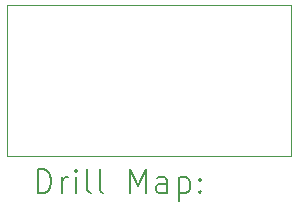
<source format=gbr>
%TF.GenerationSoftware,KiCad,Pcbnew,8.0.3-8.0.3-0~ubuntu22.04.1*%
%TF.CreationDate,2024-06-15T19:30:14-04:00*%
%TF.ProjectId,head_board,68656164-5f62-46f6-9172-642e6b696361,rev?*%
%TF.SameCoordinates,Original*%
%TF.FileFunction,Drillmap*%
%TF.FilePolarity,Positive*%
%FSLAX45Y45*%
G04 Gerber Fmt 4.5, Leading zero omitted, Abs format (unit mm)*
G04 Created by KiCad (PCBNEW 8.0.3-8.0.3-0~ubuntu22.04.1) date 2024-06-15 19:30:14*
%MOMM*%
%LPD*%
G01*
G04 APERTURE LIST*
%ADD10C,0.050000*%
%ADD11C,0.200000*%
G04 APERTURE END LIST*
D10*
X7000000Y-8275000D02*
X7000000Y-7000000D01*
X9400000Y-7000000D02*
X9400000Y-8275000D01*
X9400000Y-8275000D02*
X7000000Y-8275000D01*
X7000000Y-7000000D02*
X9400000Y-7000000D01*
D11*
X7258277Y-8588984D02*
X7258277Y-8388984D01*
X7258277Y-8388984D02*
X7305896Y-8388984D01*
X7305896Y-8388984D02*
X7334467Y-8398508D01*
X7334467Y-8398508D02*
X7353515Y-8417555D01*
X7353515Y-8417555D02*
X7363039Y-8436603D01*
X7363039Y-8436603D02*
X7372562Y-8474698D01*
X7372562Y-8474698D02*
X7372562Y-8503270D01*
X7372562Y-8503270D02*
X7363039Y-8541365D01*
X7363039Y-8541365D02*
X7353515Y-8560412D01*
X7353515Y-8560412D02*
X7334467Y-8579460D01*
X7334467Y-8579460D02*
X7305896Y-8588984D01*
X7305896Y-8588984D02*
X7258277Y-8588984D01*
X7458277Y-8588984D02*
X7458277Y-8455650D01*
X7458277Y-8493746D02*
X7467801Y-8474698D01*
X7467801Y-8474698D02*
X7477324Y-8465174D01*
X7477324Y-8465174D02*
X7496372Y-8455650D01*
X7496372Y-8455650D02*
X7515420Y-8455650D01*
X7582086Y-8588984D02*
X7582086Y-8455650D01*
X7582086Y-8388984D02*
X7572562Y-8398508D01*
X7572562Y-8398508D02*
X7582086Y-8408031D01*
X7582086Y-8408031D02*
X7591610Y-8398508D01*
X7591610Y-8398508D02*
X7582086Y-8388984D01*
X7582086Y-8388984D02*
X7582086Y-8408031D01*
X7705896Y-8588984D02*
X7686848Y-8579460D01*
X7686848Y-8579460D02*
X7677324Y-8560412D01*
X7677324Y-8560412D02*
X7677324Y-8388984D01*
X7810658Y-8588984D02*
X7791610Y-8579460D01*
X7791610Y-8579460D02*
X7782086Y-8560412D01*
X7782086Y-8560412D02*
X7782086Y-8388984D01*
X8039229Y-8588984D02*
X8039229Y-8388984D01*
X8039229Y-8388984D02*
X8105896Y-8531841D01*
X8105896Y-8531841D02*
X8172562Y-8388984D01*
X8172562Y-8388984D02*
X8172562Y-8588984D01*
X8353515Y-8588984D02*
X8353515Y-8484222D01*
X8353515Y-8484222D02*
X8343991Y-8465174D01*
X8343991Y-8465174D02*
X8324943Y-8455650D01*
X8324943Y-8455650D02*
X8286848Y-8455650D01*
X8286848Y-8455650D02*
X8267801Y-8465174D01*
X8353515Y-8579460D02*
X8334467Y-8588984D01*
X8334467Y-8588984D02*
X8286848Y-8588984D01*
X8286848Y-8588984D02*
X8267801Y-8579460D01*
X8267801Y-8579460D02*
X8258277Y-8560412D01*
X8258277Y-8560412D02*
X8258277Y-8541365D01*
X8258277Y-8541365D02*
X8267801Y-8522317D01*
X8267801Y-8522317D02*
X8286848Y-8512793D01*
X8286848Y-8512793D02*
X8334467Y-8512793D01*
X8334467Y-8512793D02*
X8353515Y-8503270D01*
X8448753Y-8455650D02*
X8448753Y-8655650D01*
X8448753Y-8465174D02*
X8467801Y-8455650D01*
X8467801Y-8455650D02*
X8505896Y-8455650D01*
X8505896Y-8455650D02*
X8524944Y-8465174D01*
X8524944Y-8465174D02*
X8534467Y-8474698D01*
X8534467Y-8474698D02*
X8543991Y-8493746D01*
X8543991Y-8493746D02*
X8543991Y-8550889D01*
X8543991Y-8550889D02*
X8534467Y-8569936D01*
X8534467Y-8569936D02*
X8524944Y-8579460D01*
X8524944Y-8579460D02*
X8505896Y-8588984D01*
X8505896Y-8588984D02*
X8467801Y-8588984D01*
X8467801Y-8588984D02*
X8448753Y-8579460D01*
X8629705Y-8569936D02*
X8639229Y-8579460D01*
X8639229Y-8579460D02*
X8629705Y-8588984D01*
X8629705Y-8588984D02*
X8620182Y-8579460D01*
X8620182Y-8579460D02*
X8629705Y-8569936D01*
X8629705Y-8569936D02*
X8629705Y-8588984D01*
X8629705Y-8465174D02*
X8639229Y-8474698D01*
X8639229Y-8474698D02*
X8629705Y-8484222D01*
X8629705Y-8484222D02*
X8620182Y-8474698D01*
X8620182Y-8474698D02*
X8629705Y-8465174D01*
X8629705Y-8465174D02*
X8629705Y-8484222D01*
M02*

</source>
